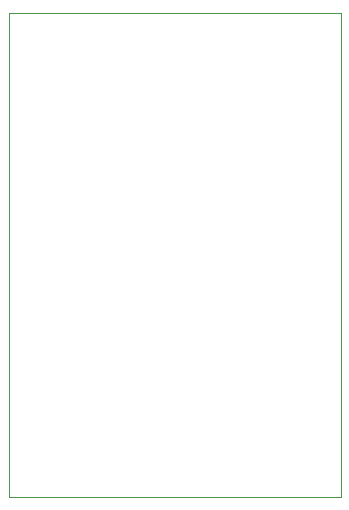
<source format=gbr>
%TF.GenerationSoftware,KiCad,Pcbnew,(6.0.0-rc1-dev-1444-gad0d9f8df)*%
%TF.CreationDate,2019-01-02T13:44:12+02:00*%
%TF.ProjectId,digiTOS-COMOD-SinBoard-routed-2,64696769-544f-4532-9d43-4f4d4f442d53,rev?*%
%TF.SameCoordinates,Original*%
%TF.FileFunction,Drawing*%
%FSLAX46Y46*%
G04 Gerber Fmt 4.6, Leading zero omitted, Abs format (unit mm)*
G04 Created by KiCad (PCBNEW (6.0.0-rc1-dev-1444-gad0d9f8df)) date 02/01/2019 13:44:12*
%MOMM*%
%LPD*%
G04 APERTURE LIST*
%ADD10C,0.120000*%
G04 APERTURE END LIST*
D10*
%TO.C,STM321*%
X220853000Y-117348000D02*
X220853000Y-76327000D01*
X192786000Y-76327000D02*
X220853000Y-76327000D01*
X220853000Y-117348000D02*
X192913000Y-117348000D01*
X192786000Y-76327000D02*
X192786000Y-117348000D01*
X192786000Y-117348000D02*
X193040000Y-117348000D01*
%TD*%
M02*

</source>
